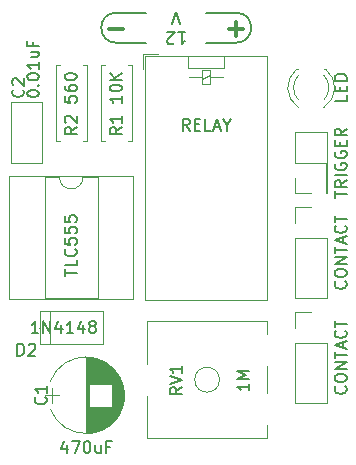
<source format=gto>
G04 #@! TF.GenerationSoftware,KiCad,Pcbnew,(2017-10-17 revision 537804b)-master*
G04 #@! TF.CreationDate,2017-12-28T11:37:30+01:00*
G04 #@! TF.ProjectId,MonoStable555,4D6F6E6F537461626C653535352E6B69,rev?*
G04 #@! TF.SameCoordinates,Original*
G04 #@! TF.FileFunction,Legend,Top*
G04 #@! TF.FilePolarity,Positive*
%FSLAX46Y46*%
G04 Gerber Fmt 4.6, Leading zero omitted, Abs format (unit mm)*
G04 Created by KiCad (PCBNEW (2017-10-17 revision 537804b)-master) date 2017 December 28, Thursday 11:37:30*
%MOMM*%
%LPD*%
G01*
G04 APERTURE LIST*
%ADD10C,0.200000*%
%ADD11C,0.375000*%
%ADD12C,0.120000*%
%ADD13C,0.150000*%
G04 APERTURE END LIST*
D10*
X166560476Y-51197619D02*
X167131904Y-51197619D01*
X166846190Y-51197619D02*
X166846190Y-52197619D01*
X166941428Y-52054761D01*
X167036666Y-51959523D01*
X167131904Y-51911904D01*
X166179523Y-52102380D02*
X166131904Y-52150000D01*
X166036666Y-52197619D01*
X165798571Y-52197619D01*
X165703333Y-52150000D01*
X165655714Y-52102380D01*
X165608095Y-52007142D01*
X165608095Y-51911904D01*
X165655714Y-51769047D01*
X166227142Y-51197619D01*
X165608095Y-51197619D01*
X166703333Y-50497619D02*
X166370000Y-49497619D01*
X166036666Y-50497619D01*
D11*
X160718571Y-50907142D02*
X161861428Y-50907142D01*
X170878571Y-50907142D02*
X172021428Y-50907142D01*
X171450000Y-51478571D02*
X171450000Y-50335714D01*
D10*
X163830000Y-52070000D02*
X161290000Y-52070000D01*
X161290000Y-49530000D02*
X163830000Y-49530000D01*
X168910000Y-52070000D02*
X171450000Y-52070000D01*
X171450000Y-49530000D02*
X168910000Y-49530000D01*
X171450000Y-49530000D02*
G75*
G02X171450000Y-52070000I0J-1270000D01*
G01*
X161290000Y-52070000D02*
G75*
G02X161290000Y-49530000I0J1270000D01*
G01*
D12*
X169270000Y-54370000D02*
X168570000Y-54370000D01*
X169270000Y-55570000D02*
X169270000Y-54370000D01*
X168570000Y-55570000D02*
X169270000Y-55570000D01*
X168570000Y-54370000D02*
X168570000Y-55570000D01*
X168570000Y-55170000D02*
X169270000Y-54770000D01*
X169270000Y-55000000D02*
X170370000Y-55000000D01*
X168570000Y-55000000D02*
X167470000Y-55000000D01*
X170400000Y-54220000D02*
X170400000Y-53160000D01*
X167400000Y-54220000D02*
X170400000Y-54220000D01*
X167400000Y-53160000D02*
X167400000Y-54200000D01*
X174070000Y-53160000D02*
X163750000Y-53160000D01*
X174070000Y-73830000D02*
X174070000Y-53160000D01*
X163750000Y-73830000D02*
X174070000Y-73830000D01*
X163750000Y-53160000D02*
X163750000Y-73830000D01*
X163590000Y-54310000D02*
X163590000Y-53010000D01*
X163590000Y-53010000D02*
X164800000Y-53010000D01*
X155880000Y-81265000D02*
X155880000Y-82565000D01*
X155280000Y-81915000D02*
X156480000Y-81915000D01*
X161931000Y-81447000D02*
X161931000Y-82383000D01*
X161891000Y-81239000D02*
X161891000Y-82591000D01*
X161851000Y-81081000D02*
X161851000Y-82749000D01*
X161811000Y-80949000D02*
X161811000Y-82881000D01*
X161771000Y-80834000D02*
X161771000Y-82996000D01*
X161731000Y-80731000D02*
X161731000Y-83099000D01*
X161691000Y-80637000D02*
X161691000Y-83193000D01*
X161651000Y-80551000D02*
X161651000Y-83279000D01*
X161611000Y-80470000D02*
X161611000Y-83360000D01*
X161571000Y-80395000D02*
X161571000Y-83435000D01*
X161531000Y-80324000D02*
X161531000Y-83506000D01*
X161491000Y-80257000D02*
X161491000Y-83573000D01*
X161451000Y-80194000D02*
X161451000Y-83636000D01*
X161411000Y-80134000D02*
X161411000Y-83696000D01*
X161371000Y-80076000D02*
X161371000Y-83754000D01*
X161331000Y-80021000D02*
X161331000Y-83809000D01*
X161291000Y-79969000D02*
X161291000Y-83861000D01*
X161251000Y-79918000D02*
X161251000Y-83912000D01*
X161211000Y-79870000D02*
X161211000Y-83960000D01*
X161171000Y-79823000D02*
X161171000Y-84007000D01*
X161131000Y-79778000D02*
X161131000Y-84052000D01*
X161091000Y-79735000D02*
X161091000Y-84095000D01*
X161051000Y-79693000D02*
X161051000Y-84137000D01*
X161011000Y-79653000D02*
X161011000Y-84177000D01*
X160971000Y-79614000D02*
X160971000Y-84216000D01*
X160931000Y-82895000D02*
X160931000Y-84254000D01*
X160931000Y-79576000D02*
X160931000Y-80935000D01*
X160891000Y-82895000D02*
X160891000Y-84290000D01*
X160891000Y-79540000D02*
X160891000Y-80935000D01*
X160851000Y-82895000D02*
X160851000Y-84326000D01*
X160851000Y-79504000D02*
X160851000Y-80935000D01*
X160811000Y-82895000D02*
X160811000Y-84360000D01*
X160811000Y-79470000D02*
X160811000Y-80935000D01*
X160771000Y-82895000D02*
X160771000Y-84393000D01*
X160771000Y-79437000D02*
X160771000Y-80935000D01*
X160731000Y-82895000D02*
X160731000Y-84425000D01*
X160731000Y-79405000D02*
X160731000Y-80935000D01*
X160691000Y-82895000D02*
X160691000Y-84455000D01*
X160691000Y-79375000D02*
X160691000Y-80935000D01*
X160651000Y-82895000D02*
X160651000Y-84485000D01*
X160651000Y-79345000D02*
X160651000Y-80935000D01*
X160611000Y-82895000D02*
X160611000Y-84514000D01*
X160611000Y-79316000D02*
X160611000Y-80935000D01*
X160571000Y-82895000D02*
X160571000Y-84542000D01*
X160571000Y-79288000D02*
X160571000Y-80935000D01*
X160531000Y-82895000D02*
X160531000Y-84569000D01*
X160531000Y-79261000D02*
X160531000Y-80935000D01*
X160491000Y-82895000D02*
X160491000Y-84596000D01*
X160491000Y-79234000D02*
X160491000Y-80935000D01*
X160451000Y-82895000D02*
X160451000Y-84621000D01*
X160451000Y-79209000D02*
X160451000Y-80935000D01*
X160411000Y-82895000D02*
X160411000Y-84646000D01*
X160411000Y-79184000D02*
X160411000Y-80935000D01*
X160371000Y-82895000D02*
X160371000Y-84670000D01*
X160371000Y-79160000D02*
X160371000Y-80935000D01*
X160331000Y-82895000D02*
X160331000Y-84693000D01*
X160331000Y-79137000D02*
X160331000Y-80935000D01*
X160291000Y-82895000D02*
X160291000Y-84715000D01*
X160291000Y-79115000D02*
X160291000Y-80935000D01*
X160251000Y-82895000D02*
X160251000Y-84737000D01*
X160251000Y-79093000D02*
X160251000Y-80935000D01*
X160211000Y-82895000D02*
X160211000Y-84758000D01*
X160211000Y-79072000D02*
X160211000Y-80935000D01*
X160171000Y-82895000D02*
X160171000Y-84778000D01*
X160171000Y-79052000D02*
X160171000Y-80935000D01*
X160131000Y-82895000D02*
X160131000Y-84797000D01*
X160131000Y-79033000D02*
X160131000Y-80935000D01*
X160091000Y-82895000D02*
X160091000Y-84816000D01*
X160091000Y-79014000D02*
X160091000Y-80935000D01*
X160051000Y-82895000D02*
X160051000Y-84834000D01*
X160051000Y-78996000D02*
X160051000Y-80935000D01*
X160011000Y-82895000D02*
X160011000Y-84852000D01*
X160011000Y-78978000D02*
X160011000Y-80935000D01*
X159971000Y-82895000D02*
X159971000Y-84869000D01*
X159971000Y-78961000D02*
X159971000Y-80935000D01*
X159931000Y-82895000D02*
X159931000Y-84885000D01*
X159931000Y-78945000D02*
X159931000Y-80935000D01*
X159891000Y-82895000D02*
X159891000Y-84901000D01*
X159891000Y-78929000D02*
X159891000Y-80935000D01*
X159851000Y-82895000D02*
X159851000Y-84916000D01*
X159851000Y-78914000D02*
X159851000Y-80935000D01*
X159811000Y-82895000D02*
X159811000Y-84930000D01*
X159811000Y-78900000D02*
X159811000Y-80935000D01*
X159771000Y-82895000D02*
X159771000Y-84944000D01*
X159771000Y-78886000D02*
X159771000Y-80935000D01*
X159731000Y-82895000D02*
X159731000Y-84957000D01*
X159731000Y-78873000D02*
X159731000Y-80935000D01*
X159691000Y-82895000D02*
X159691000Y-84970000D01*
X159691000Y-78860000D02*
X159691000Y-80935000D01*
X159651000Y-82895000D02*
X159651000Y-84982000D01*
X159651000Y-78848000D02*
X159651000Y-80935000D01*
X159611000Y-82895000D02*
X159611000Y-84994000D01*
X159611000Y-78836000D02*
X159611000Y-80935000D01*
X159571000Y-82895000D02*
X159571000Y-85005000D01*
X159571000Y-78825000D02*
X159571000Y-80935000D01*
X159531000Y-82895000D02*
X159531000Y-85015000D01*
X159531000Y-78815000D02*
X159531000Y-80935000D01*
X159491000Y-82895000D02*
X159491000Y-85025000D01*
X159491000Y-78805000D02*
X159491000Y-80935000D01*
X159451000Y-82895000D02*
X159451000Y-85034000D01*
X159451000Y-78796000D02*
X159451000Y-80935000D01*
X159410000Y-82895000D02*
X159410000Y-85043000D01*
X159410000Y-78787000D02*
X159410000Y-80935000D01*
X159370000Y-82895000D02*
X159370000Y-85052000D01*
X159370000Y-78778000D02*
X159370000Y-80935000D01*
X159330000Y-82895000D02*
X159330000Y-85059000D01*
X159330000Y-78771000D02*
X159330000Y-80935000D01*
X159290000Y-82895000D02*
X159290000Y-85067000D01*
X159290000Y-78763000D02*
X159290000Y-80935000D01*
X159250000Y-82895000D02*
X159250000Y-85073000D01*
X159250000Y-78757000D02*
X159250000Y-80935000D01*
X159210000Y-82895000D02*
X159210000Y-85080000D01*
X159210000Y-78750000D02*
X159210000Y-80935000D01*
X159170000Y-82895000D02*
X159170000Y-85085000D01*
X159170000Y-78745000D02*
X159170000Y-80935000D01*
X159130000Y-82895000D02*
X159130000Y-85091000D01*
X159130000Y-78739000D02*
X159130000Y-80935000D01*
X159090000Y-82895000D02*
X159090000Y-85095000D01*
X159090000Y-78735000D02*
X159090000Y-80935000D01*
X159050000Y-82895000D02*
X159050000Y-85100000D01*
X159050000Y-78730000D02*
X159050000Y-80935000D01*
X159010000Y-82895000D02*
X159010000Y-85103000D01*
X159010000Y-78727000D02*
X159010000Y-80935000D01*
X158970000Y-78723000D02*
X158970000Y-85107000D01*
X158930000Y-78721000D02*
X158930000Y-85109000D01*
X158890000Y-78718000D02*
X158890000Y-85112000D01*
X158850000Y-78717000D02*
X158850000Y-85113000D01*
X158810000Y-78715000D02*
X158810000Y-85115000D01*
X158770000Y-78715000D02*
X158770000Y-85115000D01*
X158730000Y-78715000D02*
X158730000Y-85115000D01*
X161747820Y-83094136D02*
G75*
G03X161747482Y-80735000I-3017820J1179136D01*
G01*
X161747820Y-83094136D02*
G75*
G02X155712518Y-83095000I-3017820J1179136D01*
G01*
X161747820Y-80735864D02*
G75*
G03X155712518Y-80735000I-3017820J-1179136D01*
G01*
X154980000Y-62230000D02*
X152360000Y-62230000D01*
X154980000Y-57110000D02*
X152360000Y-57110000D01*
X152360000Y-57110000D02*
X152360000Y-62230000D01*
X154980000Y-57110000D02*
X154980000Y-62230000D01*
X176720000Y-54320000D02*
X176564000Y-54320000D01*
X179036000Y-54320000D02*
X178880000Y-54320000D01*
X176720163Y-56921130D02*
G75*
G02X176720000Y-54839039I1079837J1041130D01*
G01*
X178879837Y-56921130D02*
G75*
G03X178880000Y-54839039I-1079837J1041130D01*
G01*
X176721392Y-57552335D02*
G75*
G02X176564484Y-54320000I1078608J1672335D01*
G01*
X178878608Y-57552335D02*
G75*
G03X179035516Y-54320000I-1078608J1672335D01*
G01*
X176470000Y-74870000D02*
X177800000Y-74870000D01*
X176470000Y-76200000D02*
X176470000Y-74870000D01*
X176470000Y-77470000D02*
X179130000Y-77470000D01*
X179130000Y-77470000D02*
X179130000Y-82610000D01*
X176470000Y-77470000D02*
X176470000Y-82610000D01*
X176470000Y-82610000D02*
X179130000Y-82610000D01*
X176470000Y-73720000D02*
X179130000Y-73720000D01*
X176470000Y-68580000D02*
X176470000Y-73720000D01*
X179130000Y-68580000D02*
X179130000Y-73720000D01*
X176470000Y-68580000D02*
X179130000Y-68580000D01*
X176470000Y-67310000D02*
X176470000Y-65980000D01*
X176470000Y-65980000D02*
X177800000Y-65980000D01*
X158460000Y-53940000D02*
X158790000Y-53940000D01*
X158790000Y-53940000D02*
X158790000Y-60360000D01*
X158790000Y-60360000D02*
X158460000Y-60360000D01*
X156500000Y-53940000D02*
X156170000Y-53940000D01*
X156170000Y-53940000D02*
X156170000Y-60360000D01*
X156170000Y-60360000D02*
X156500000Y-60360000D01*
X163930000Y-79240000D02*
X163930000Y-75645000D01*
X163930000Y-85566000D02*
X163930000Y-81970000D01*
X174050000Y-76740000D02*
X174050000Y-75645000D01*
X174050000Y-81740000D02*
X174050000Y-79470000D01*
X174050000Y-85566000D02*
X174050000Y-84470000D01*
X174050000Y-75645000D02*
X163930000Y-75645000D01*
X174050000Y-85566000D02*
X163930000Y-85566000D01*
X170040000Y-80605000D02*
G75*
G03X170040000Y-80605000I-1050000J0D01*
G01*
X176470000Y-64830000D02*
X176470000Y-63500000D01*
X177800000Y-64830000D02*
X176470000Y-64830000D01*
X176470000Y-62230000D02*
X176470000Y-59630000D01*
X179070000Y-62230000D02*
X176470000Y-62230000D01*
X179070000Y-64830000D02*
X179070000Y-62230000D01*
X176470000Y-59630000D02*
X179130000Y-59630000D01*
X179070000Y-64830000D02*
X179130000Y-64830000D01*
X179130000Y-64830000D02*
X179130000Y-59630000D01*
X162730000Y-63380000D02*
X152230000Y-63380000D01*
X162730000Y-73780000D02*
X162730000Y-63380000D01*
X152230000Y-73780000D02*
X162730000Y-73780000D01*
X152230000Y-63380000D02*
X152230000Y-73780000D01*
X159730000Y-63440000D02*
X158480000Y-63440000D01*
X159730000Y-73720000D02*
X159730000Y-63440000D01*
X155230000Y-73720000D02*
X159730000Y-73720000D01*
X155230000Y-63440000D02*
X155230000Y-73720000D01*
X156480000Y-63440000D02*
X155230000Y-63440000D01*
X158480000Y-63440000D02*
G75*
G02X156480000Y-63440000I-1000000J0D01*
G01*
X155660000Y-74790000D02*
X155660000Y-77610000D01*
X160210000Y-76200000D02*
X160140000Y-76200000D01*
X154750000Y-76200000D02*
X154820000Y-76200000D01*
X160140000Y-74790000D02*
X154820000Y-74790000D01*
X160140000Y-77610000D02*
X160140000Y-74790000D01*
X154820000Y-77610000D02*
X160140000Y-77610000D01*
X154820000Y-74790000D02*
X154820000Y-77610000D01*
X159980000Y-60360000D02*
X160310000Y-60360000D01*
X159980000Y-53940000D02*
X159980000Y-60360000D01*
X160310000Y-53940000D02*
X159980000Y-53940000D01*
X162600000Y-60360000D02*
X162270000Y-60360000D01*
X162600000Y-53940000D02*
X162600000Y-60360000D01*
X162270000Y-53940000D02*
X162600000Y-53940000D01*
D13*
X167505238Y-59507380D02*
X167171904Y-59031190D01*
X166933809Y-59507380D02*
X166933809Y-58507380D01*
X167314761Y-58507380D01*
X167410000Y-58555000D01*
X167457619Y-58602619D01*
X167505238Y-58697857D01*
X167505238Y-58840714D01*
X167457619Y-58935952D01*
X167410000Y-58983571D01*
X167314761Y-59031190D01*
X166933809Y-59031190D01*
X167933809Y-58983571D02*
X168267142Y-58983571D01*
X168410000Y-59507380D02*
X167933809Y-59507380D01*
X167933809Y-58507380D01*
X168410000Y-58507380D01*
X169314761Y-59507380D02*
X168838571Y-59507380D01*
X168838571Y-58507380D01*
X169600476Y-59221666D02*
X170076666Y-59221666D01*
X169505238Y-59507380D02*
X169838571Y-58507380D01*
X170171904Y-59507380D01*
X170695714Y-59031190D02*
X170695714Y-59507380D01*
X170362380Y-58507380D02*
X170695714Y-59031190D01*
X171029047Y-58507380D01*
X155297142Y-82081666D02*
X155344761Y-82129285D01*
X155392380Y-82272142D01*
X155392380Y-82367380D01*
X155344761Y-82510238D01*
X155249523Y-82605476D01*
X155154285Y-82653095D01*
X154963809Y-82700714D01*
X154820952Y-82700714D01*
X154630476Y-82653095D01*
X154535238Y-82605476D01*
X154440000Y-82510238D01*
X154392380Y-82367380D01*
X154392380Y-82272142D01*
X154440000Y-82129285D01*
X154487619Y-82081666D01*
X155392380Y-81129285D02*
X155392380Y-81700714D01*
X155392380Y-81415000D02*
X154392380Y-81415000D01*
X154535238Y-81510238D01*
X154630476Y-81605476D01*
X154678095Y-81700714D01*
X157107142Y-86145714D02*
X157107142Y-86812380D01*
X156869047Y-85764761D02*
X156630952Y-86479047D01*
X157250000Y-86479047D01*
X157535714Y-85812380D02*
X158202380Y-85812380D01*
X157773809Y-86812380D01*
X158773809Y-85812380D02*
X158869047Y-85812380D01*
X158964285Y-85860000D01*
X159011904Y-85907619D01*
X159059523Y-86002857D01*
X159107142Y-86193333D01*
X159107142Y-86431428D01*
X159059523Y-86621904D01*
X159011904Y-86717142D01*
X158964285Y-86764761D01*
X158869047Y-86812380D01*
X158773809Y-86812380D01*
X158678571Y-86764761D01*
X158630952Y-86717142D01*
X158583333Y-86621904D01*
X158535714Y-86431428D01*
X158535714Y-86193333D01*
X158583333Y-86002857D01*
X158630952Y-85907619D01*
X158678571Y-85860000D01*
X158773809Y-85812380D01*
X159964285Y-86145714D02*
X159964285Y-86812380D01*
X159535714Y-86145714D02*
X159535714Y-86669523D01*
X159583333Y-86764761D01*
X159678571Y-86812380D01*
X159821428Y-86812380D01*
X159916666Y-86764761D01*
X159964285Y-86717142D01*
X160773809Y-86288571D02*
X160440476Y-86288571D01*
X160440476Y-86812380D02*
X160440476Y-85812380D01*
X160916666Y-85812380D01*
X153392142Y-56046666D02*
X153439761Y-56094285D01*
X153487380Y-56237142D01*
X153487380Y-56332380D01*
X153439761Y-56475238D01*
X153344523Y-56570476D01*
X153249285Y-56618095D01*
X153058809Y-56665714D01*
X152915952Y-56665714D01*
X152725476Y-56618095D01*
X152630238Y-56570476D01*
X152535000Y-56475238D01*
X152487380Y-56332380D01*
X152487380Y-56237142D01*
X152535000Y-56094285D01*
X152582619Y-56046666D01*
X152582619Y-55665714D02*
X152535000Y-55618095D01*
X152487380Y-55522857D01*
X152487380Y-55284761D01*
X152535000Y-55189523D01*
X152582619Y-55141904D01*
X152677857Y-55094285D01*
X152773095Y-55094285D01*
X152915952Y-55141904D01*
X153487380Y-55713333D01*
X153487380Y-55094285D01*
X153757380Y-56427618D02*
X153757380Y-56332380D01*
X153805000Y-56237142D01*
X153852619Y-56189523D01*
X153947857Y-56141904D01*
X154138333Y-56094285D01*
X154376428Y-56094285D01*
X154566904Y-56141904D01*
X154662142Y-56189523D01*
X154709761Y-56237142D01*
X154757380Y-56332380D01*
X154757380Y-56427618D01*
X154709761Y-56522856D01*
X154662142Y-56570475D01*
X154566904Y-56618094D01*
X154376428Y-56665713D01*
X154138333Y-56665713D01*
X153947857Y-56618094D01*
X153852619Y-56570475D01*
X153805000Y-56522856D01*
X153757380Y-56427618D01*
X154662142Y-55665713D02*
X154709761Y-55618094D01*
X154757380Y-55665713D01*
X154709761Y-55713332D01*
X154662142Y-55665713D01*
X154757380Y-55665713D01*
X153757380Y-54999047D02*
X153757380Y-54903809D01*
X153805000Y-54808571D01*
X153852619Y-54760951D01*
X153947857Y-54713332D01*
X154138333Y-54665713D01*
X154376428Y-54665713D01*
X154566904Y-54713332D01*
X154662142Y-54760951D01*
X154709761Y-54808571D01*
X154757380Y-54903809D01*
X154757380Y-54999047D01*
X154709761Y-55094285D01*
X154662142Y-55141904D01*
X154566904Y-55189523D01*
X154376428Y-55237142D01*
X154138333Y-55237142D01*
X153947857Y-55189523D01*
X153852619Y-55141904D01*
X153805000Y-55094285D01*
X153757380Y-54999047D01*
X154757380Y-53713332D02*
X154757380Y-54284761D01*
X154757380Y-53999047D02*
X153757380Y-53999047D01*
X153900238Y-54094285D01*
X153995476Y-54189523D01*
X154043095Y-54284761D01*
X154090714Y-52856190D02*
X154757380Y-52856190D01*
X154090714Y-53284761D02*
X154614523Y-53284761D01*
X154709761Y-53237142D01*
X154757380Y-53141904D01*
X154757380Y-52999047D01*
X154709761Y-52903809D01*
X154662142Y-52856190D01*
X154233571Y-52046666D02*
X154233571Y-52379999D01*
X154757380Y-52379999D02*
X153757380Y-52379999D01*
X153757380Y-51903809D01*
X180792380Y-56522857D02*
X180792380Y-56999047D01*
X179792380Y-56999047D01*
X180268571Y-56189523D02*
X180268571Y-55856190D01*
X180792380Y-55713333D02*
X180792380Y-56189523D01*
X179792380Y-56189523D01*
X179792380Y-55713333D01*
X180792380Y-55284761D02*
X179792380Y-55284761D01*
X179792380Y-55046666D01*
X179840000Y-54903809D01*
X179935238Y-54808571D01*
X180030476Y-54760952D01*
X180220952Y-54713333D01*
X180363809Y-54713333D01*
X180554285Y-54760952D01*
X180649523Y-54808571D01*
X180744761Y-54903809D01*
X180792380Y-55046666D01*
X180792380Y-55284761D01*
X180697142Y-81168571D02*
X180744761Y-81216190D01*
X180792380Y-81359047D01*
X180792380Y-81454285D01*
X180744761Y-81597142D01*
X180649523Y-81692380D01*
X180554285Y-81740000D01*
X180363809Y-81787619D01*
X180220952Y-81787619D01*
X180030476Y-81740000D01*
X179935238Y-81692380D01*
X179840000Y-81597142D01*
X179792380Y-81454285D01*
X179792380Y-81359047D01*
X179840000Y-81216190D01*
X179887619Y-81168571D01*
X179792380Y-80549523D02*
X179792380Y-80359047D01*
X179840000Y-80263809D01*
X179935238Y-80168571D01*
X180125714Y-80120952D01*
X180459047Y-80120952D01*
X180649523Y-80168571D01*
X180744761Y-80263809D01*
X180792380Y-80359047D01*
X180792380Y-80549523D01*
X180744761Y-80644761D01*
X180649523Y-80740000D01*
X180459047Y-80787619D01*
X180125714Y-80787619D01*
X179935238Y-80740000D01*
X179840000Y-80644761D01*
X179792380Y-80549523D01*
X180792380Y-79692380D02*
X179792380Y-79692380D01*
X180792380Y-79120952D01*
X179792380Y-79120952D01*
X179792380Y-78787619D02*
X179792380Y-78216190D01*
X180792380Y-78501904D02*
X179792380Y-78501904D01*
X180506666Y-77930476D02*
X180506666Y-77454285D01*
X180792380Y-78025714D02*
X179792380Y-77692380D01*
X180792380Y-77359047D01*
X180697142Y-76454285D02*
X180744761Y-76501904D01*
X180792380Y-76644761D01*
X180792380Y-76740000D01*
X180744761Y-76882857D01*
X180649523Y-76978095D01*
X180554285Y-77025714D01*
X180363809Y-77073333D01*
X180220952Y-77073333D01*
X180030476Y-77025714D01*
X179935238Y-76978095D01*
X179840000Y-76882857D01*
X179792380Y-76740000D01*
X179792380Y-76644761D01*
X179840000Y-76501904D01*
X179887619Y-76454285D01*
X179792380Y-76168571D02*
X179792380Y-75597142D01*
X180792380Y-75882857D02*
X179792380Y-75882857D01*
X180697142Y-72278571D02*
X180744761Y-72326190D01*
X180792380Y-72469047D01*
X180792380Y-72564285D01*
X180744761Y-72707142D01*
X180649523Y-72802380D01*
X180554285Y-72850000D01*
X180363809Y-72897619D01*
X180220952Y-72897619D01*
X180030476Y-72850000D01*
X179935238Y-72802380D01*
X179840000Y-72707142D01*
X179792380Y-72564285D01*
X179792380Y-72469047D01*
X179840000Y-72326190D01*
X179887619Y-72278571D01*
X179792380Y-71659523D02*
X179792380Y-71469047D01*
X179840000Y-71373809D01*
X179935238Y-71278571D01*
X180125714Y-71230952D01*
X180459047Y-71230952D01*
X180649523Y-71278571D01*
X180744761Y-71373809D01*
X180792380Y-71469047D01*
X180792380Y-71659523D01*
X180744761Y-71754761D01*
X180649523Y-71850000D01*
X180459047Y-71897619D01*
X180125714Y-71897619D01*
X179935238Y-71850000D01*
X179840000Y-71754761D01*
X179792380Y-71659523D01*
X180792380Y-70802380D02*
X179792380Y-70802380D01*
X180792380Y-70230952D01*
X179792380Y-70230952D01*
X179792380Y-69897619D02*
X179792380Y-69326190D01*
X180792380Y-69611904D02*
X179792380Y-69611904D01*
X180506666Y-69040476D02*
X180506666Y-68564285D01*
X180792380Y-69135714D02*
X179792380Y-68802380D01*
X180792380Y-68469047D01*
X180697142Y-67564285D02*
X180744761Y-67611904D01*
X180792380Y-67754761D01*
X180792380Y-67850000D01*
X180744761Y-67992857D01*
X180649523Y-68088095D01*
X180554285Y-68135714D01*
X180363809Y-68183333D01*
X180220952Y-68183333D01*
X180030476Y-68135714D01*
X179935238Y-68088095D01*
X179840000Y-67992857D01*
X179792380Y-67850000D01*
X179792380Y-67754761D01*
X179840000Y-67611904D01*
X179887619Y-67564285D01*
X179792380Y-67278571D02*
X179792380Y-66707142D01*
X180792380Y-66992857D02*
X179792380Y-66992857D01*
X157932380Y-59221666D02*
X157456190Y-59555000D01*
X157932380Y-59793095D02*
X156932380Y-59793095D01*
X156932380Y-59412142D01*
X156980000Y-59316904D01*
X157027619Y-59269285D01*
X157122857Y-59221666D01*
X157265714Y-59221666D01*
X157360952Y-59269285D01*
X157408571Y-59316904D01*
X157456190Y-59412142D01*
X157456190Y-59793095D01*
X157027619Y-58840714D02*
X156980000Y-58793095D01*
X156932380Y-58697857D01*
X156932380Y-58459761D01*
X156980000Y-58364523D01*
X157027619Y-58316904D01*
X157122857Y-58269285D01*
X157218095Y-58269285D01*
X157360952Y-58316904D01*
X157932380Y-58888333D01*
X157932380Y-58269285D01*
X156932380Y-56618095D02*
X156932380Y-57094286D01*
X157408571Y-57141905D01*
X157360952Y-57094286D01*
X157313333Y-56999048D01*
X157313333Y-56760952D01*
X157360952Y-56665714D01*
X157408571Y-56618095D01*
X157503809Y-56570476D01*
X157741904Y-56570476D01*
X157837142Y-56618095D01*
X157884761Y-56665714D01*
X157932380Y-56760952D01*
X157932380Y-56999048D01*
X157884761Y-57094286D01*
X157837142Y-57141905D01*
X156932380Y-55713333D02*
X156932380Y-55903810D01*
X156980000Y-55999048D01*
X157027619Y-56046667D01*
X157170476Y-56141905D01*
X157360952Y-56189524D01*
X157741904Y-56189524D01*
X157837142Y-56141905D01*
X157884761Y-56094286D01*
X157932380Y-55999048D01*
X157932380Y-55808571D01*
X157884761Y-55713333D01*
X157837142Y-55665714D01*
X157741904Y-55618095D01*
X157503809Y-55618095D01*
X157408571Y-55665714D01*
X157360952Y-55713333D01*
X157313333Y-55808571D01*
X157313333Y-55999048D01*
X157360952Y-56094286D01*
X157408571Y-56141905D01*
X157503809Y-56189524D01*
X156932380Y-54999048D02*
X156932380Y-54903810D01*
X156980000Y-54808571D01*
X157027619Y-54760952D01*
X157122857Y-54713333D01*
X157313333Y-54665714D01*
X157551428Y-54665714D01*
X157741904Y-54713333D01*
X157837142Y-54760952D01*
X157884761Y-54808571D01*
X157932380Y-54903810D01*
X157932380Y-54999048D01*
X157884761Y-55094286D01*
X157837142Y-55141905D01*
X157741904Y-55189524D01*
X157551428Y-55237143D01*
X157313333Y-55237143D01*
X157122857Y-55189524D01*
X157027619Y-55141905D01*
X156980000Y-55094286D01*
X156932380Y-54999048D01*
X166822380Y-81240238D02*
X166346190Y-81573571D01*
X166822380Y-81811666D02*
X165822380Y-81811666D01*
X165822380Y-81430714D01*
X165870000Y-81335476D01*
X165917619Y-81287857D01*
X166012857Y-81240238D01*
X166155714Y-81240238D01*
X166250952Y-81287857D01*
X166298571Y-81335476D01*
X166346190Y-81430714D01*
X166346190Y-81811666D01*
X165822380Y-80954523D02*
X166822380Y-80621190D01*
X165822380Y-80287857D01*
X166822380Y-79430714D02*
X166822380Y-80002142D01*
X166822380Y-79716428D02*
X165822380Y-79716428D01*
X165965238Y-79811666D01*
X166060476Y-79906904D01*
X166108095Y-80002142D01*
X172537380Y-80930714D02*
X172537380Y-81502142D01*
X172537380Y-81216428D02*
X171537380Y-81216428D01*
X171680238Y-81311666D01*
X171775476Y-81406904D01*
X171823095Y-81502142D01*
X172537380Y-80502142D02*
X171537380Y-80502142D01*
X172251666Y-80168809D01*
X171537380Y-79835476D01*
X172537380Y-79835476D01*
X179792380Y-65206190D02*
X179792380Y-64634761D01*
X180792380Y-64920476D02*
X179792380Y-64920476D01*
X180792380Y-63730000D02*
X180316190Y-64063333D01*
X180792380Y-64301428D02*
X179792380Y-64301428D01*
X179792380Y-63920476D01*
X179840000Y-63825238D01*
X179887619Y-63777619D01*
X179982857Y-63730000D01*
X180125714Y-63730000D01*
X180220952Y-63777619D01*
X180268571Y-63825238D01*
X180316190Y-63920476D01*
X180316190Y-64301428D01*
X180792380Y-63301428D02*
X179792380Y-63301428D01*
X179840000Y-62301428D02*
X179792380Y-62396666D01*
X179792380Y-62539523D01*
X179840000Y-62682380D01*
X179935238Y-62777619D01*
X180030476Y-62825238D01*
X180220952Y-62872857D01*
X180363809Y-62872857D01*
X180554285Y-62825238D01*
X180649523Y-62777619D01*
X180744761Y-62682380D01*
X180792380Y-62539523D01*
X180792380Y-62444285D01*
X180744761Y-62301428D01*
X180697142Y-62253809D01*
X180363809Y-62253809D01*
X180363809Y-62444285D01*
X179840000Y-61301428D02*
X179792380Y-61396666D01*
X179792380Y-61539523D01*
X179840000Y-61682380D01*
X179935238Y-61777619D01*
X180030476Y-61825238D01*
X180220952Y-61872857D01*
X180363809Y-61872857D01*
X180554285Y-61825238D01*
X180649523Y-61777619D01*
X180744761Y-61682380D01*
X180792380Y-61539523D01*
X180792380Y-61444285D01*
X180744761Y-61301428D01*
X180697142Y-61253809D01*
X180363809Y-61253809D01*
X180363809Y-61444285D01*
X180268571Y-60825238D02*
X180268571Y-60491904D01*
X180792380Y-60349047D02*
X180792380Y-60825238D01*
X179792380Y-60825238D01*
X179792380Y-60349047D01*
X180792380Y-59349047D02*
X180316190Y-59682380D01*
X180792380Y-59920476D02*
X179792380Y-59920476D01*
X179792380Y-59539523D01*
X179840000Y-59444285D01*
X179887619Y-59396666D01*
X179982857Y-59349047D01*
X180125714Y-59349047D01*
X180220952Y-59396666D01*
X180268571Y-59444285D01*
X180316190Y-59539523D01*
X180316190Y-59920476D01*
X156932380Y-71834047D02*
X156932380Y-71262619D01*
X157932380Y-71548333D02*
X156932380Y-71548333D01*
X157932380Y-70453095D02*
X157932380Y-70929285D01*
X156932380Y-70929285D01*
X157837142Y-69548333D02*
X157884761Y-69595952D01*
X157932380Y-69738809D01*
X157932380Y-69834047D01*
X157884761Y-69976904D01*
X157789523Y-70072142D01*
X157694285Y-70119761D01*
X157503809Y-70167380D01*
X157360952Y-70167380D01*
X157170476Y-70119761D01*
X157075238Y-70072142D01*
X156980000Y-69976904D01*
X156932380Y-69834047D01*
X156932380Y-69738809D01*
X156980000Y-69595952D01*
X157027619Y-69548333D01*
X156932380Y-68643571D02*
X156932380Y-69119761D01*
X157408571Y-69167380D01*
X157360952Y-69119761D01*
X157313333Y-69024523D01*
X157313333Y-68786428D01*
X157360952Y-68691190D01*
X157408571Y-68643571D01*
X157503809Y-68595952D01*
X157741904Y-68595952D01*
X157837142Y-68643571D01*
X157884761Y-68691190D01*
X157932380Y-68786428D01*
X157932380Y-69024523D01*
X157884761Y-69119761D01*
X157837142Y-69167380D01*
X156932380Y-67691190D02*
X156932380Y-68167380D01*
X157408571Y-68215000D01*
X157360952Y-68167380D01*
X157313333Y-68072142D01*
X157313333Y-67834047D01*
X157360952Y-67738809D01*
X157408571Y-67691190D01*
X157503809Y-67643571D01*
X157741904Y-67643571D01*
X157837142Y-67691190D01*
X157884761Y-67738809D01*
X157932380Y-67834047D01*
X157932380Y-68072142D01*
X157884761Y-68167380D01*
X157837142Y-68215000D01*
X156932380Y-66738809D02*
X156932380Y-67215000D01*
X157408571Y-67262619D01*
X157360952Y-67215000D01*
X157313333Y-67119761D01*
X157313333Y-66881666D01*
X157360952Y-66786428D01*
X157408571Y-66738809D01*
X157503809Y-66691190D01*
X157741904Y-66691190D01*
X157837142Y-66738809D01*
X157884761Y-66786428D01*
X157932380Y-66881666D01*
X157932380Y-67119761D01*
X157884761Y-67215000D01*
X157837142Y-67262619D01*
X152931904Y-78557380D02*
X152931904Y-77557380D01*
X153170000Y-77557380D01*
X153312857Y-77605000D01*
X153408095Y-77700238D01*
X153455714Y-77795476D01*
X153503333Y-77985952D01*
X153503333Y-78128809D01*
X153455714Y-78319285D01*
X153408095Y-78414523D01*
X153312857Y-78509761D01*
X153170000Y-78557380D01*
X152931904Y-78557380D01*
X153884285Y-77652619D02*
X153931904Y-77605000D01*
X154027142Y-77557380D01*
X154265238Y-77557380D01*
X154360476Y-77605000D01*
X154408095Y-77652619D01*
X154455714Y-77747857D01*
X154455714Y-77843095D01*
X154408095Y-77985952D01*
X153836666Y-78557380D01*
X154455714Y-78557380D01*
X154702142Y-76652380D02*
X154130714Y-76652380D01*
X154416428Y-76652380D02*
X154416428Y-75652380D01*
X154321190Y-75795238D01*
X154225952Y-75890476D01*
X154130714Y-75938095D01*
X155130714Y-76652380D02*
X155130714Y-75652380D01*
X155702142Y-76652380D01*
X155702142Y-75652380D01*
X156606904Y-75985714D02*
X156606904Y-76652380D01*
X156368809Y-75604761D02*
X156130714Y-76319047D01*
X156749761Y-76319047D01*
X157654523Y-76652380D02*
X157083095Y-76652380D01*
X157368809Y-76652380D02*
X157368809Y-75652380D01*
X157273571Y-75795238D01*
X157178333Y-75890476D01*
X157083095Y-75938095D01*
X158511666Y-75985714D02*
X158511666Y-76652380D01*
X158273571Y-75604761D02*
X158035476Y-76319047D01*
X158654523Y-76319047D01*
X159178333Y-76080952D02*
X159083095Y-76033333D01*
X159035476Y-75985714D01*
X158987857Y-75890476D01*
X158987857Y-75842857D01*
X159035476Y-75747619D01*
X159083095Y-75700000D01*
X159178333Y-75652380D01*
X159368809Y-75652380D01*
X159464047Y-75700000D01*
X159511666Y-75747619D01*
X159559285Y-75842857D01*
X159559285Y-75890476D01*
X159511666Y-75985714D01*
X159464047Y-76033333D01*
X159368809Y-76080952D01*
X159178333Y-76080952D01*
X159083095Y-76128571D01*
X159035476Y-76176190D01*
X158987857Y-76271428D01*
X158987857Y-76461904D01*
X159035476Y-76557142D01*
X159083095Y-76604761D01*
X159178333Y-76652380D01*
X159368809Y-76652380D01*
X159464047Y-76604761D01*
X159511666Y-76557142D01*
X159559285Y-76461904D01*
X159559285Y-76271428D01*
X159511666Y-76176190D01*
X159464047Y-76128571D01*
X159368809Y-76080952D01*
X161742380Y-59221666D02*
X161266190Y-59555000D01*
X161742380Y-59793095D02*
X160742380Y-59793095D01*
X160742380Y-59412142D01*
X160790000Y-59316904D01*
X160837619Y-59269285D01*
X160932857Y-59221666D01*
X161075714Y-59221666D01*
X161170952Y-59269285D01*
X161218571Y-59316904D01*
X161266190Y-59412142D01*
X161266190Y-59793095D01*
X161742380Y-58269285D02*
X161742380Y-58840714D01*
X161742380Y-58555000D02*
X160742380Y-58555000D01*
X160885238Y-58650238D01*
X160980476Y-58745476D01*
X161028095Y-58840714D01*
X161742380Y-56570476D02*
X161742380Y-57141904D01*
X161742380Y-56856190D02*
X160742380Y-56856190D01*
X160885238Y-56951428D01*
X160980476Y-57046666D01*
X161028095Y-57141904D01*
X160742380Y-55951428D02*
X160742380Y-55856190D01*
X160790000Y-55760952D01*
X160837619Y-55713333D01*
X160932857Y-55665714D01*
X161123333Y-55618095D01*
X161361428Y-55618095D01*
X161551904Y-55665714D01*
X161647142Y-55713333D01*
X161694761Y-55760952D01*
X161742380Y-55856190D01*
X161742380Y-55951428D01*
X161694761Y-56046666D01*
X161647142Y-56094285D01*
X161551904Y-56141904D01*
X161361428Y-56189523D01*
X161123333Y-56189523D01*
X160932857Y-56141904D01*
X160837619Y-56094285D01*
X160790000Y-56046666D01*
X160742380Y-55951428D01*
X161742380Y-55189523D02*
X160742380Y-55189523D01*
X161742380Y-54618095D02*
X161170952Y-55046666D01*
X160742380Y-54618095D02*
X161313809Y-55189523D01*
M02*

</source>
